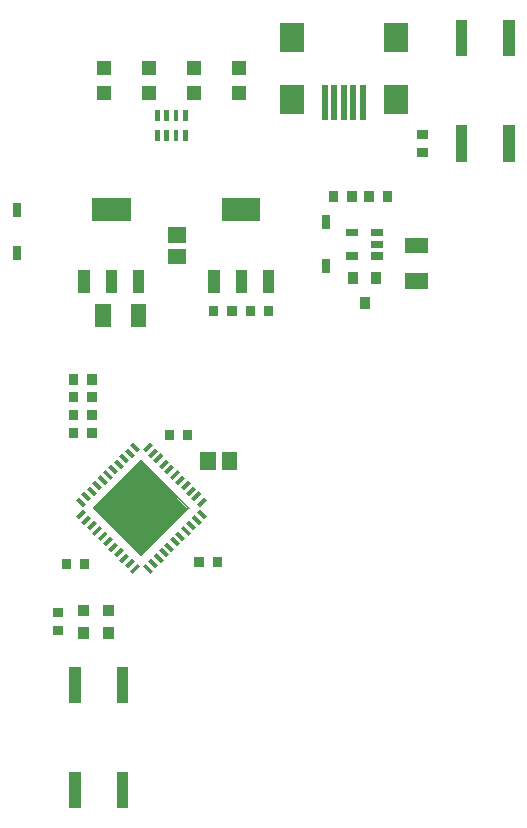
<source format=gbr>
G04 start of page 11 for group -4015 idx -4015 *
G04 Title: (unknown), toppaste *
G04 Creator: pcb 1.99z *
G04 CreationDate: Tue Apr 19 20:08:47 2016 UTC *
G04 For: matt *
G04 Format: Gerber/RS-274X *
G04 PCB-Dimensions (mil): 2500.00 3000.00 *
G04 PCB-Coordinate-Origin: lower left *
%MOIN*%
%FSLAX25Y25*%
%LNTOPPASTE*%
%ADD93C,0.0001*%
G54D93*G36*
X146615Y253602D02*X138741D01*
Y243760D01*
X146615D01*
Y253602D01*
G37*
G36*
X181259D02*X173385D01*
Y243760D01*
X181259D01*
Y253602D01*
G37*
G36*
X165315Y241988D02*X167284Y241988D01*
X167284Y253603D01*
X165315Y253603D01*
X165315Y241988D01*
G37*
G36*
X164134Y253603D02*X162165D01*
Y241988D01*
X164134D01*
Y253603D01*
G37*
G36*
X160984Y253603D02*X159015Y253603D01*
X159016Y241988D01*
X160985Y241988D01*
X160984Y253603D01*
G37*
G36*
X157834Y253603D02*X155865Y253603D01*
X155866Y241988D01*
X157835Y241988D01*
X157834Y253603D01*
G37*
G36*
X154684Y253603D02*X152715Y253603D01*
X152716Y241988D01*
X154685Y241988D01*
X154684Y253603D01*
G37*
G36*
X146615Y274272D02*X138741D01*
Y264430D01*
X146615D01*
Y274272D01*
G37*
G36*
X181259D02*X173385D01*
Y264430D01*
X181259D01*
Y274272D01*
G37*
G36*
X75000Y80315D02*X71457D01*
Y76378D01*
X75000D01*
Y80315D01*
G37*
G36*
X83268D02*X79724D01*
Y76378D01*
X83268D01*
Y80315D01*
G37*
G36*
X75000Y72835D02*X71457D01*
Y68898D01*
X75000D01*
Y72835D01*
G37*
G36*
X83268D02*X79724D01*
Y68898D01*
X83268D01*
Y72835D01*
G37*
G36*
X124409Y131121D02*X119291D01*
Y125217D01*
X124409D01*
Y131121D01*
G37*
G36*
X117323D02*X112205D01*
Y125217D01*
X117323D01*
Y131121D01*
G37*
G36*
X216929Y275197D02*X212992D01*
Y262992D01*
X216929D01*
Y275197D01*
G37*
G36*
X201181D02*X197244D01*
Y262992D01*
X201181D01*
Y275197D01*
G37*
G36*
X216929Y240157D02*X212992D01*
Y227953D01*
X216929D01*
Y240157D01*
G37*
G36*
X201181D02*X197244D01*
Y227953D01*
X201181D01*
Y240157D01*
G37*
G36*
X72441Y24606D02*X68504D01*
Y12402D01*
X72441D01*
Y24606D01*
G37*
G36*
X88189D02*X84252D01*
Y12402D01*
X88189D01*
Y24606D01*
G37*
G36*
X72441Y59646D02*X68504D01*
Y47441D01*
X72441D01*
Y59646D01*
G37*
G36*
X88189D02*X84252D01*
Y47441D01*
X88189D01*
Y59646D01*
G37*
G36*
X98563Y238425D02*X96988D01*
Y234882D01*
X98563D01*
Y238425D01*
G37*
G36*
X101713D02*X100138D01*
Y234882D01*
X101713D01*
Y238425D01*
G37*
G36*
X104862D02*X103287D01*
Y234882D01*
X104862D01*
Y238425D01*
G37*
G36*
X108012D02*X106437D01*
Y234882D01*
X108012D01*
Y238425D01*
G37*
G36*
Y245118D02*X106437D01*
Y241575D01*
X108012D01*
Y245118D01*
G37*
G36*
X104862D02*X103287D01*
Y241575D01*
X104862D01*
Y245118D01*
G37*
G36*
X101713D02*X100138D01*
Y241575D01*
X101713D01*
Y245118D01*
G37*
G36*
X98563D02*X96988D01*
Y241575D01*
X98563D01*
Y245118D01*
G37*
G36*
X52323Y199744D02*X49567D01*
Y195020D01*
X52323D01*
Y199744D01*
G37*
G36*
Y214311D02*X49567D01*
Y209587D01*
X52323D01*
Y214311D01*
G37*
G36*
X101379Y198957D02*Y193839D01*
X107283D01*
Y198957D01*
X101379D01*
G37*
G36*
Y206043D02*Y200925D01*
X107283D01*
Y206043D01*
X101379D01*
G37*
G36*
X82284Y180453D02*X77166D01*
Y172973D01*
X82284D01*
Y180453D01*
G37*
G36*
X94094D02*X88976D01*
Y172973D01*
X94094D01*
Y180453D01*
G37*
G36*
X76063Y215689D02*Y208209D01*
X88898D01*
Y215689D01*
X76063D01*
G37*
G36*
X75315Y191673D02*X71535D01*
Y184193D01*
X75315D01*
Y191673D01*
G37*
G36*
X84370D02*X80591D01*
Y184193D01*
X84370D01*
Y191673D01*
G37*
G36*
X93425D02*X89646D01*
Y184193D01*
X93425D01*
Y191673D01*
G37*
G36*
X119370Y215689D02*Y208209D01*
X132205D01*
Y215689D01*
X119370D01*
G37*
G36*
X118622Y191673D02*X114843D01*
Y184193D01*
X118622D01*
Y191673D01*
G37*
G36*
X127677D02*X123898D01*
Y184193D01*
X127677D01*
Y191673D01*
G37*
G36*
X136732D02*X132953D01*
Y184193D01*
X136732D01*
Y191673D01*
G37*
G36*
X180512Y190689D02*Y185571D01*
X187992D01*
Y190689D01*
X180512D01*
G37*
G36*
Y202499D02*Y197381D01*
X187992D01*
Y202499D01*
X180512D01*
G37*
G36*
X160795Y205472D02*Y203072D01*
X164795D01*
Y205472D01*
X160795D01*
G37*
G36*
Y197672D02*Y195272D01*
X164795D01*
Y197672D01*
X160795D01*
G37*
G36*
X168995D02*Y195272D01*
X172995D01*
Y197672D01*
X168995D01*
G37*
G36*
Y201572D02*Y199172D01*
X172995D01*
Y201572D01*
X168995D01*
G37*
G36*
Y205472D02*Y203072D01*
X172995D01*
Y205472D01*
X168995D01*
G37*
G36*
X172529Y191046D02*X169129D01*
Y187046D01*
X172529D01*
Y191046D01*
G37*
G36*
X164729D02*X161329D01*
Y187046D01*
X164729D01*
Y191046D01*
G37*
G36*
X168629Y182846D02*X165229D01*
Y178846D01*
X168629D01*
Y182846D01*
G37*
G36*
X155315Y195610D02*X152559D01*
Y190886D01*
X155315D01*
Y195610D01*
G37*
G36*
Y210177D02*X152559D01*
Y205453D01*
X155315D01*
Y210177D01*
G37*
G36*
X76752Y112918D02*X76334Y112500D01*
X92500Y96334D01*
X92918Y96752D01*
X76752Y112918D01*
G37*
G36*
X92082Y96752D02*X92500Y96334D01*
X108666Y112500D01*
X108248Y112918D01*
X92082Y96752D01*
G37*
G36*
X92500Y128666D02*X92082Y128248D01*
X108248Y112082D01*
X108666Y112500D01*
X92500Y128666D01*
G37*
G36*
X76334Y112500D02*X76752Y112082D01*
X92918Y128248D01*
X92500Y128666D01*
X76334Y112500D01*
G37*
G36*
X76374D02*X80689Y108185D01*
X96815Y124311D01*
X92500Y128626D01*
X76374Y112500D01*
G37*
G36*
X81172Y108563D02*X84626Y105109D01*
X99891Y120374D01*
X96437Y123828D01*
X81172Y108563D01*
G37*
G36*
X84248Y104626D02*X88563Y100311D01*
X104689Y116437D01*
X100374Y120752D01*
X84248Y104626D01*
G37*
G36*
X89046Y100689D02*X92500Y97235D01*
X107765Y112500D01*
X104311Y115954D01*
X89046Y100689D01*
G37*
G36*
X102940Y103035D02*X101965Y102060D01*
X104331Y99694D01*
X105306Y100669D01*
X102940Y103035D01*
G37*
G36*
X101130Y101225D02*X100156Y100251D01*
X102522Y97885D01*
X103496Y98859D01*
X101130Y101225D01*
G37*
G36*
X99321Y99416D02*X98346Y98441D01*
X100712Y96075D01*
X101687Y97049D01*
X99321Y99416D01*
G37*
G36*
X97512Y97606D02*X96537Y96632D01*
X98903Y94266D01*
X99877Y95240D01*
X97512Y97606D01*
G37*
G36*
X95702Y95797D02*X94728Y94823D01*
X97093Y92456D01*
X98068Y93431D01*
X95702Y95797D01*
G37*
G36*
X93892Y93987D02*X92918Y93013D01*
X95284Y90647D01*
X96258Y91621D01*
X93892Y93987D01*
G37*
G36*
X104749Y104844D02*X103775Y103870D01*
X106141Y101504D01*
X107115Y102478D01*
X104749Y104844D01*
G37*
G36*
X106559Y106654D02*X105584Y105679D01*
X107951Y103313D01*
X108925Y104288D01*
X106559Y106654D01*
G37*
G36*
X108368Y108463D02*X107394Y107488D01*
X109760Y105123D01*
X110734Y106097D01*
X108368Y108463D01*
G37*
G36*
X110177Y110272D02*X109203Y109298D01*
X111569Y106932D01*
X112544Y107907D01*
X110177Y110272D01*
G37*
G36*
X111987Y112082D02*X111013Y111108D01*
X113379Y108742D01*
X114353Y109716D01*
X111987Y112082D01*
G37*
G36*
X80669Y125306D02*X79694Y124331D01*
X82060Y121965D01*
X83035Y122940D01*
X80669Y125306D01*
G37*
G36*
X78859Y123496D02*X77885Y122522D01*
X80251Y120156D01*
X81225Y121130D01*
X78859Y123496D01*
G37*
G36*
X77049Y121687D02*X76075Y120712D01*
X78441Y118346D01*
X79416Y119321D01*
X77049Y121687D01*
G37*
G36*
X75240Y119877D02*X74266Y118903D01*
X76632Y116537D01*
X77606Y117512D01*
X75240Y119877D01*
G37*
G36*
X73431Y118068D02*X72456Y117093D01*
X74823Y114728D01*
X75797Y115702D01*
X73431Y118068D01*
G37*
G36*
X71621Y116258D02*X70647Y115284D01*
X73013Y112918D01*
X73987Y113892D01*
X71621Y116258D01*
G37*
G36*
X82478Y127115D02*X81504Y126141D01*
X83870Y123775D01*
X84844Y124749D01*
X82478Y127115D01*
G37*
G36*
X84288Y128925D02*X83313Y127951D01*
X85679Y125584D01*
X86654Y126559D01*
X84288Y128925D01*
G37*
G36*
X86097Y130734D02*X85123Y129760D01*
X87488Y127394D01*
X88463Y128368D01*
X86097Y130734D01*
G37*
G36*
X87907Y132544D02*X86932Y131569D01*
X89298Y129203D01*
X90272Y130177D01*
X87907Y132544D01*
G37*
G36*
X89716Y134353D02*X88742Y133379D01*
X91108Y131013D01*
X92082Y131987D01*
X89716Y134353D01*
G37*
G36*
X101965Y122940D02*X102940Y121965D01*
X105306Y124331D01*
X104331Y125306D01*
X101965Y122940D01*
G37*
G36*
X103775Y121130D02*X104749Y120156D01*
X107115Y122522D01*
X106141Y123496D01*
X103775Y121130D01*
G37*
G36*
X105584Y119321D02*X106559Y118346D01*
X108925Y120712D01*
X107951Y121687D01*
X105584Y119321D01*
G37*
G36*
X107394Y117512D02*X108368Y116537D01*
X110734Y118903D01*
X109760Y119877D01*
X107394Y117512D01*
G37*
G36*
X109203Y115702D02*X110177Y114728D01*
X112544Y117093D01*
X111569Y118068D01*
X109203Y115702D01*
G37*
G36*
X111013Y113892D02*X111987Y112918D01*
X114353Y115284D01*
X113379Y116258D01*
X111013Y113892D01*
G37*
G36*
X100156Y124749D02*X101130Y123775D01*
X103496Y126141D01*
X102522Y127115D01*
X100156Y124749D01*
G37*
G36*
X98346Y126559D02*X99321Y125584D01*
X101687Y127951D01*
X100712Y128925D01*
X98346Y126559D01*
G37*
G36*
X96537Y128368D02*X97512Y127394D01*
X99877Y129760D01*
X98903Y130734D01*
X96537Y128368D01*
G37*
G36*
X94728Y130177D02*X95702Y129203D01*
X98068Y131569D01*
X97093Y132544D01*
X94728Y130177D01*
G37*
G36*
X92918Y131987D02*X93892Y131013D01*
X96258Y133379D01*
X95284Y134353D01*
X92918Y131987D01*
G37*
G36*
X79694Y100669D02*X80669Y99694D01*
X83035Y102060D01*
X82060Y103035D01*
X79694Y100669D01*
G37*
G36*
X81504Y98859D02*X82478Y97885D01*
X84844Y100251D01*
X83870Y101225D01*
X81504Y98859D01*
G37*
G36*
X83313Y97049D02*X84288Y96075D01*
X86654Y98441D01*
X85679Y99416D01*
X83313Y97049D01*
G37*
G36*
X85123Y95240D02*X86097Y94266D01*
X88463Y96632D01*
X87488Y97606D01*
X85123Y95240D01*
G37*
G36*
X86932Y93431D02*X87907Y92456D01*
X90272Y94823D01*
X89298Y95797D01*
X86932Y93431D01*
G37*
G36*
X88742Y91621D02*X89716Y90647D01*
X92082Y93013D01*
X91108Y93987D01*
X88742Y91621D01*
G37*
G36*
X77885Y102478D02*X78859Y101504D01*
X81225Y103870D01*
X80251Y104844D01*
X77885Y102478D01*
G37*
G36*
X76075Y104288D02*X77049Y103313D01*
X79416Y105679D01*
X78441Y106654D01*
X76075Y104288D01*
G37*
G36*
X74266Y106097D02*X75240Y105123D01*
X77606Y107488D01*
X76632Y108463D01*
X74266Y106097D01*
G37*
G36*
X72456Y107907D02*X73431Y106932D01*
X75797Y109298D01*
X74823Y110272D01*
X72456Y107907D01*
G37*
G36*
X70647Y109716D02*X71621Y108742D01*
X73987Y111108D01*
X73013Y112082D01*
X70647Y109716D01*
G37*
G36*
X77638Y261496D02*Y256772D01*
X82362D01*
Y261496D01*
X77638D01*
G37*
G36*
Y253228D02*Y248504D01*
X82362D01*
Y253228D01*
X77638D01*
G37*
G36*
X92638Y261496D02*Y256772D01*
X97362D01*
Y261496D01*
X92638D01*
G37*
G36*
Y253228D02*Y248504D01*
X97362D01*
Y253228D01*
X92638D01*
G37*
G36*
X107638Y261496D02*Y256772D01*
X112362D01*
Y261496D01*
X107638D01*
G37*
G36*
Y253228D02*Y248504D01*
X112362D01*
Y253228D01*
X107638D01*
G37*
G36*
X122638Y261496D02*Y256772D01*
X127362D01*
Y261496D01*
X122638D01*
G37*
G36*
Y253228D02*Y248504D01*
X127362D01*
Y253228D01*
X122638D01*
G37*
G36*
X77628Y157018D02*X74537D01*
Y153612D01*
X77628D01*
Y157018D01*
G37*
G36*
X71526D02*X68435D01*
Y153612D01*
X71526D01*
Y157018D01*
G37*
G36*
X164242Y218041D02*X161152D01*
Y214636D01*
X164242D01*
Y218041D01*
G37*
G36*
X158140D02*X155049D01*
Y214636D01*
X158140D01*
Y218041D01*
G37*
G36*
X176053D02*X172963D01*
Y214636D01*
X176053D01*
Y218041D01*
G37*
G36*
X169951D02*X166860D01*
Y214636D01*
X169951D01*
Y218041D01*
G37*
G36*
X184518Y232549D02*Y229459D01*
X187923D01*
Y232549D01*
X184518D01*
G37*
G36*
Y238652D02*Y235561D01*
X187923D01*
Y238652D01*
X184518D01*
G37*
G36*
X71526Y151112D02*X68435D01*
Y147707D01*
X71526D01*
Y151112D01*
G37*
G36*
X77628D02*X74537D01*
Y147707D01*
X77628D01*
Y151112D01*
G37*
G36*
X71526Y145207D02*X68435D01*
Y141801D01*
X71526D01*
Y145207D01*
G37*
G36*
X77628D02*X74537D01*
Y141801D01*
X77628D01*
Y145207D01*
G37*
G36*
Y139301D02*X74537D01*
Y135896D01*
X77628D01*
Y139301D01*
G37*
G36*
X71526D02*X68435D01*
Y135896D01*
X71526D01*
Y139301D01*
G37*
G36*
X109518Y138514D02*X106427D01*
Y135108D01*
X109518D01*
Y138514D01*
G37*
G36*
X103415D02*X100325D01*
Y135108D01*
X103415D01*
Y138514D01*
G37*
G36*
X68967Y95404D02*X65876D01*
Y91998D01*
X68967D01*
Y95404D01*
G37*
G36*
X75069D02*X71978D01*
Y91998D01*
X75069D01*
Y95404D01*
G37*
G36*
X119360Y96191D02*X116270D01*
Y92785D01*
X119360D01*
Y96191D01*
G37*
G36*
X113258D02*X110167D01*
Y92785D01*
X113258D01*
Y96191D01*
G37*
G36*
X63061Y73100D02*Y70010D01*
X66467D01*
Y73100D01*
X63061D01*
G37*
G36*
Y79203D02*Y76112D01*
X66467D01*
Y79203D01*
X63061D01*
G37*
G36*
X124281Y179852D02*X121191D01*
Y176447D01*
X124281D01*
Y179852D01*
G37*
G36*
X118179D02*X115089D01*
Y176447D01*
X118179D01*
Y179852D01*
G37*
G36*
X130384D02*X127293D01*
Y176447D01*
X130384D01*
Y179852D01*
G37*
G36*
X136486D02*X133396D01*
Y176447D01*
X136486D01*
Y179852D01*
G37*
M02*

</source>
